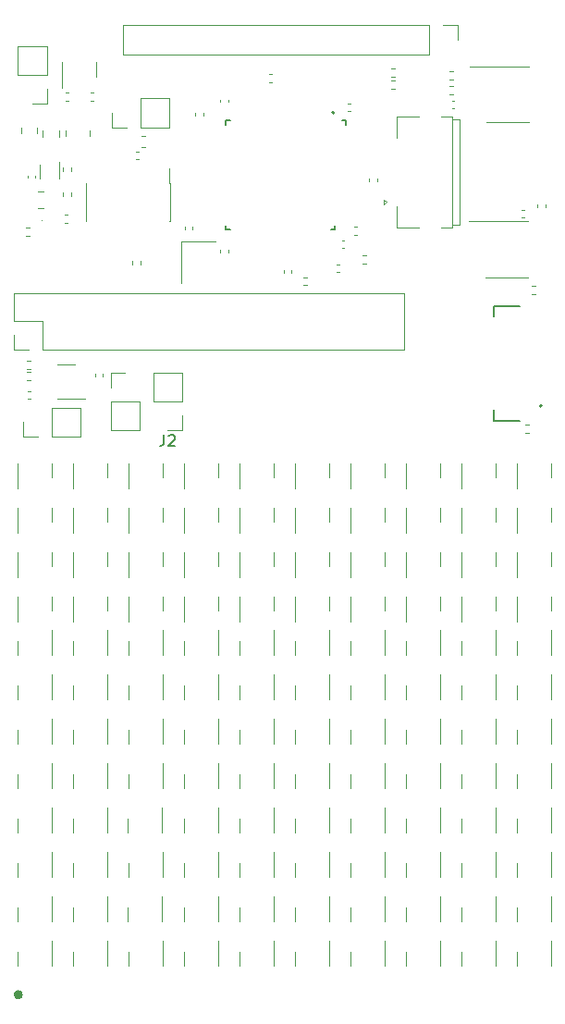
<source format=gbr>
%TF.GenerationSoftware,KiCad,Pcbnew,7.0.9-7.0.9~ubuntu22.04.1*%
%TF.CreationDate,2023-12-28T14:24:16-08:00*%
%TF.ProjectId,devel_gw1,64657665-6c5f-4677-9731-2e6b69636164,rev?*%
%TF.SameCoordinates,Original*%
%TF.FileFunction,Legend,Top*%
%TF.FilePolarity,Positive*%
%FSLAX46Y46*%
G04 Gerber Fmt 4.6, Leading zero omitted, Abs format (unit mm)*
G04 Created by KiCad (PCBNEW 7.0.9-7.0.9~ubuntu22.04.1) date 2023-12-28 14:24:16*
%MOMM*%
%LPD*%
G01*
G04 APERTURE LIST*
%ADD10C,0.150000*%
%ADD11C,0.120000*%
%ADD12C,0.100000*%
%ADD13C,0.127000*%
%ADD14C,0.200000*%
%ADD15C,0.152400*%
%ADD16C,0.441000*%
G04 APERTURE END LIST*
D10*
X138566666Y-111559819D02*
X138566666Y-112274104D01*
X138566666Y-112274104D02*
X138519047Y-112416961D01*
X138519047Y-112416961D02*
X138423809Y-112512200D01*
X138423809Y-112512200D02*
X138280952Y-112559819D01*
X138280952Y-112559819D02*
X138185714Y-112559819D01*
X138995238Y-111655057D02*
X139042857Y-111607438D01*
X139042857Y-111607438D02*
X139138095Y-111559819D01*
X139138095Y-111559819D02*
X139376190Y-111559819D01*
X139376190Y-111559819D02*
X139471428Y-111607438D01*
X139471428Y-111607438D02*
X139519047Y-111655057D01*
X139519047Y-111655057D02*
X139566666Y-111750295D01*
X139566666Y-111750295D02*
X139566666Y-111845533D01*
X139566666Y-111845533D02*
X139519047Y-111988390D01*
X139519047Y-111988390D02*
X138947619Y-112559819D01*
X138947619Y-112559819D02*
X139566666Y-112559819D01*
D11*
%TO.C,J_DISPLAY1*%
X159861000Y-92603000D02*
X161861000Y-92603000D01*
X159861000Y-92603000D02*
X159861000Y-90603000D01*
X164961000Y-92603000D02*
X163961000Y-92603000D01*
X164961000Y-92603000D02*
X164961000Y-82403000D01*
X165661000Y-92303000D02*
X164961000Y-92303000D01*
X158661000Y-90453000D02*
X158961000Y-90253000D01*
X158961000Y-90253000D02*
X158661000Y-90053000D01*
X158661000Y-90053000D02*
X158661000Y-90453000D01*
X164961000Y-82703000D02*
X165661000Y-82703000D01*
X165661000Y-82703000D02*
X165661000Y-92303000D01*
X159861000Y-82403000D02*
X159861000Y-84403000D01*
X161861000Y-82403000D02*
X159861000Y-82403000D01*
X164961000Y-82403000D02*
X163961000Y-82403000D01*
%TO.C,U7*%
X169925000Y-97155000D02*
X167975000Y-97155000D01*
X169925000Y-92035000D02*
X166475000Y-92035000D01*
X169925000Y-97155000D02*
X171875000Y-97155000D01*
X169925000Y-92035000D02*
X171875000Y-92035000D01*
%TO.C,R6*%
X136380000Y-95632379D02*
X136380000Y-95967621D01*
X135620000Y-95632379D02*
X135620000Y-95967621D01*
%TO.C,D14*%
X174026000Y-155448000D02*
X174026000Y-153773000D01*
X174026000Y-155448000D02*
X174026000Y-156098000D01*
X170906000Y-155448000D02*
X170906000Y-154798000D01*
X170906000Y-155448000D02*
X170906000Y-156098000D01*
%TO.C,JP1*%
X127830000Y-81230000D02*
X126500000Y-81230000D01*
X127830000Y-79900000D02*
X127830000Y-81230000D01*
X127830000Y-78630000D02*
X127830000Y-76030000D01*
X127830000Y-78630000D02*
X125170000Y-78630000D01*
X127830000Y-76030000D02*
X125170000Y-76030000D01*
X125170000Y-78630000D02*
X125170000Y-76030000D01*
%TO.C,D29*%
X150586000Y-114808000D02*
X150586000Y-116483000D01*
X150586000Y-114808000D02*
X150586000Y-114158000D01*
X153706000Y-114808000D02*
X153706000Y-115458000D01*
X153706000Y-114808000D02*
X153706000Y-114158000D01*
%TO.C,D74*%
X148626000Y-159512000D02*
X148626000Y-157837000D01*
X148626000Y-159512000D02*
X148626000Y-160162000D01*
X145506000Y-159512000D02*
X145506000Y-158862000D01*
X145506000Y-159512000D02*
X145506000Y-160162000D01*
%TO.C,D2*%
X160746000Y-118872000D02*
X160746000Y-120547000D01*
X160746000Y-118872000D02*
X160746000Y-118222000D01*
X163866000Y-118872000D02*
X163866000Y-119522000D01*
X163866000Y-118872000D02*
X163866000Y-118222000D01*
%TO.C,C5*%
X127541252Y-90785000D02*
X127018748Y-90785000D01*
X127541252Y-89315000D02*
X127018748Y-89315000D01*
%TO.C,Q16*%
X143546000Y-131064000D02*
X143546000Y-129389000D01*
X143546000Y-131064000D02*
X143546000Y-131714000D01*
X140426000Y-131064000D02*
X140426000Y-130414000D01*
X140426000Y-131064000D02*
X140426000Y-131714000D01*
%TO.C,D67*%
X170906000Y-127000000D02*
X170906000Y-128675000D01*
X170906000Y-127000000D02*
X170906000Y-126350000D01*
X174026000Y-127000000D02*
X174026000Y-127650000D01*
X174026000Y-127000000D02*
X174026000Y-126350000D01*
%TO.C,C1*%
X132115835Y-80960000D02*
X131884165Y-80960000D01*
X132115835Y-80240000D02*
X131884165Y-80240000D01*
%TO.C,C10*%
X132240000Y-106215835D02*
X132240000Y-105984165D01*
X132960000Y-106215835D02*
X132960000Y-105984165D01*
%TO.C,D4*%
X170906000Y-114808000D02*
X170906000Y-116483000D01*
X170906000Y-114808000D02*
X170906000Y-114158000D01*
X174026000Y-114808000D02*
X174026000Y-115458000D01*
X174026000Y-114808000D02*
X174026000Y-114158000D01*
%TO.C,D64*%
X133386000Y-147320000D02*
X133386000Y-145645000D01*
X133386000Y-147320000D02*
X133386000Y-147970000D01*
X130266000Y-147320000D02*
X130266000Y-146670000D01*
X130266000Y-147320000D02*
X130266000Y-147970000D01*
D12*
%TO.C,LED_DONE1*%
X127415000Y-91970000D02*
G75*
G03*
X127415000Y-91970000I-50000J0D01*
G01*
D11*
%TO.C,D76*%
X174026000Y-151384000D02*
X174026000Y-149709000D01*
X174026000Y-151384000D02*
X174026000Y-152034000D01*
X170906000Y-151384000D02*
X170906000Y-150734000D01*
X170906000Y-151384000D02*
X170906000Y-152034000D01*
%TO.C,R11*%
X172567621Y-98680000D02*
X172232379Y-98680000D01*
X172567621Y-97920000D02*
X172232379Y-97920000D01*
%TO.C,D20*%
X153706000Y-159512000D02*
X153706000Y-157837000D01*
X153706000Y-159512000D02*
X153706000Y-160162000D01*
X150586000Y-159512000D02*
X150586000Y-158862000D01*
X150586000Y-159512000D02*
X150586000Y-160162000D01*
%TO.C,C19*%
X148415835Y-79260000D02*
X148184165Y-79260000D01*
X148415835Y-78540000D02*
X148184165Y-78540000D01*
%TO.C,D28*%
X168946000Y-159512000D02*
X168946000Y-157837000D01*
X168946000Y-159512000D02*
X168946000Y-160162000D01*
X165826000Y-159512000D02*
X165826000Y-158862000D01*
X165826000Y-159512000D02*
X165826000Y-160162000D01*
%TO.C,C12*%
X136798267Y-85219000D02*
X136505733Y-85219000D01*
X136798267Y-84199000D02*
X136505733Y-84199000D01*
%TO.C,D79*%
X125186000Y-114808000D02*
X125186000Y-116483000D01*
X125186000Y-114808000D02*
X125186000Y-114158000D01*
X128306000Y-114808000D02*
X128306000Y-115458000D01*
X128306000Y-114808000D02*
X128306000Y-114158000D01*
%TO.C,D32*%
X138339000Y-155448000D02*
X138339000Y-153773000D01*
X138339000Y-155448000D02*
X138339000Y-156098000D01*
X135219000Y-155448000D02*
X135219000Y-154798000D01*
X135219000Y-155448000D02*
X135219000Y-156098000D01*
%TO.C,Q33*%
X174026000Y-131064000D02*
X174026000Y-129389000D01*
X174026000Y-131064000D02*
X174026000Y-131714000D01*
X170906000Y-131064000D02*
X170906000Y-130414000D01*
X170906000Y-131064000D02*
X170906000Y-131714000D01*
%TO.C,U6*%
X128951000Y-86583000D02*
X128951000Y-88133000D01*
X127151000Y-88133000D02*
X127151000Y-86833000D01*
%TO.C,R13*%
X164732379Y-78320000D02*
X165067621Y-78320000D01*
X164732379Y-79080000D02*
X165067621Y-79080000D01*
%TO.C,J_JTAG1*%
X139070000Y-87160000D02*
X139070000Y-88485000D01*
X139135000Y-88485000D02*
X139070000Y-88485000D01*
X139135000Y-88485000D02*
X139135000Y-92015000D01*
X131460000Y-88485000D02*
X131395000Y-88485000D01*
X131395000Y-88485000D02*
X131395000Y-92015000D01*
X139135000Y-92015000D02*
X139070000Y-92015000D01*
X131460000Y-92015000D02*
X131395000Y-92015000D01*
%TO.C,R16*%
X129432379Y-91420000D02*
X129767621Y-91420000D01*
X129432379Y-92180000D02*
X129767621Y-92180000D01*
%TO.C,D6*%
X160746000Y-114808000D02*
X160746000Y-116483000D01*
X160746000Y-114808000D02*
X160746000Y-114158000D01*
X163866000Y-114808000D02*
X163866000Y-115458000D01*
X163866000Y-114808000D02*
X163866000Y-114158000D01*
%TO.C,Q9*%
X153706000Y-131064000D02*
X153706000Y-129389000D01*
X153706000Y-131064000D02*
X153706000Y-131714000D01*
X150586000Y-131064000D02*
X150586000Y-130414000D01*
X150586000Y-131064000D02*
X150586000Y-131714000D01*
%TO.C,Q12*%
X128306000Y-131064000D02*
X128306000Y-129389000D01*
X128306000Y-131064000D02*
X128306000Y-131714000D01*
X125186000Y-131064000D02*
X125186000Y-130414000D01*
X125186000Y-131064000D02*
X125186000Y-131714000D01*
%TO.C,C7*%
X126945000Y-83438748D02*
X126945000Y-83961252D01*
X125475000Y-83438748D02*
X125475000Y-83961252D01*
%TO.C,J2*%
X140230000Y-111105000D02*
X138900000Y-111105000D01*
X140230000Y-109775000D02*
X140230000Y-111105000D01*
X140230000Y-108505000D02*
X140230000Y-105905000D01*
X140230000Y-108505000D02*
X137570000Y-108505000D01*
X140230000Y-105905000D02*
X137570000Y-105905000D01*
X137570000Y-108505000D02*
X137570000Y-105905000D01*
%TO.C,D52*%
X153706000Y-151384000D02*
X153706000Y-149709000D01*
X153706000Y-151384000D02*
X153706000Y-152034000D01*
X150586000Y-151384000D02*
X150586000Y-150734000D01*
X150586000Y-151384000D02*
X150586000Y-152034000D01*
%TO.C,D49*%
X135346000Y-127000000D02*
X135346000Y-128675000D01*
X135346000Y-127000000D02*
X135346000Y-126350000D01*
X138466000Y-127000000D02*
X138466000Y-127650000D01*
X138466000Y-127000000D02*
X138466000Y-126350000D01*
%TO.C,Q30*%
X153706000Y-135128000D02*
X153706000Y-133453000D01*
X153706000Y-135128000D02*
X153706000Y-135778000D01*
X150586000Y-135128000D02*
X150586000Y-134478000D01*
X150586000Y-135128000D02*
X150586000Y-135778000D01*
%TO.C,C2*%
X129584165Y-80240000D02*
X129815835Y-80240000D01*
X129584165Y-80960000D02*
X129815835Y-80960000D01*
%TO.C,Q23*%
X143546000Y-135128000D02*
X143546000Y-133453000D01*
X143546000Y-135128000D02*
X143546000Y-135778000D01*
X140426000Y-135128000D02*
X140426000Y-134478000D01*
X140426000Y-135128000D02*
X140426000Y-135778000D01*
%TO.C,R15*%
X126032379Y-104820000D02*
X126367621Y-104820000D01*
X126032379Y-105580000D02*
X126367621Y-105580000D01*
%TO.C,D26*%
X128306000Y-159512000D02*
X128306000Y-157837000D01*
X128306000Y-159512000D02*
X128306000Y-160162000D01*
X125186000Y-159512000D02*
X125186000Y-158862000D01*
X125186000Y-159512000D02*
X125186000Y-160162000D01*
%TO.C,R2*%
X159332379Y-78020000D02*
X159667621Y-78020000D01*
X159332379Y-78780000D02*
X159667621Y-78780000D01*
%TO.C,Q29*%
X158786000Y-139192000D02*
X158786000Y-137517000D01*
X158786000Y-139192000D02*
X158786000Y-139842000D01*
X155666000Y-139192000D02*
X155666000Y-138542000D01*
X155666000Y-139192000D02*
X155666000Y-139842000D01*
%TO.C,Q37*%
X174026000Y-139192000D02*
X174026000Y-137517000D01*
X174026000Y-139192000D02*
X174026000Y-139842000D01*
X170906000Y-139192000D02*
X170906000Y-138542000D01*
X170906000Y-139192000D02*
X170906000Y-139842000D01*
%TO.C,D31*%
X135346000Y-122936000D02*
X135346000Y-124611000D01*
X135346000Y-122936000D02*
X135346000Y-122286000D01*
X138466000Y-122936000D02*
X138466000Y-123586000D01*
X138466000Y-122936000D02*
X138466000Y-122286000D01*
%TO.C,Q3*%
X163866000Y-143256000D02*
X163866000Y-141581000D01*
X163866000Y-143256000D02*
X163866000Y-143906000D01*
X160746000Y-143256000D02*
X160746000Y-142606000D01*
X160746000Y-143256000D02*
X160746000Y-143906000D01*
%TO.C,Q22*%
X168946000Y-143256000D02*
X168946000Y-141581000D01*
X168946000Y-143256000D02*
X168946000Y-143906000D01*
X165826000Y-143256000D02*
X165826000Y-142606000D01*
X165826000Y-143256000D02*
X165826000Y-143906000D01*
%TO.C,C9*%
X154384165Y-95940000D02*
X154615835Y-95940000D01*
X154384165Y-96660000D02*
X154615835Y-96660000D01*
%TO.C,Q8*%
X133386000Y-139192000D02*
X133386000Y-137517000D01*
X133386000Y-139192000D02*
X133386000Y-139842000D01*
X130266000Y-139192000D02*
X130266000Y-138542000D01*
X130266000Y-139192000D02*
X130266000Y-139842000D01*
%TO.C,X1*%
X143275000Y-93900000D02*
X140125000Y-93900000D01*
X140125000Y-93900000D02*
X140125000Y-97700000D01*
%TO.C,D59*%
X155666000Y-118872000D02*
X155666000Y-120547000D01*
X155666000Y-118872000D02*
X155666000Y-118222000D01*
X158786000Y-118872000D02*
X158786000Y-119522000D01*
X158786000Y-118872000D02*
X158786000Y-118222000D01*
%TO.C,U3*%
X129565000Y-108260000D02*
X131365000Y-108260000D01*
X129565000Y-108260000D02*
X128765000Y-108260000D01*
X129565000Y-105140000D02*
X130365000Y-105140000D01*
X129565000Y-105140000D02*
X128765000Y-105140000D01*
%TO.C,Q25*%
X153706000Y-139192000D02*
X153706000Y-137517000D01*
X153706000Y-139192000D02*
X153706000Y-139842000D01*
X150586000Y-139192000D02*
X150586000Y-138542000D01*
X150586000Y-139192000D02*
X150586000Y-139842000D01*
%TO.C,D65*%
X145506000Y-118872000D02*
X145506000Y-120547000D01*
X145506000Y-118872000D02*
X145506000Y-118222000D01*
X148626000Y-118872000D02*
X148626000Y-119522000D01*
X148626000Y-118872000D02*
X148626000Y-118222000D01*
%TO.C,Q14*%
X153706000Y-143256000D02*
X153706000Y-141581000D01*
X153706000Y-143256000D02*
X153706000Y-143906000D01*
X150586000Y-143256000D02*
X150586000Y-142606000D01*
X150586000Y-143256000D02*
X150586000Y-143906000D01*
%TO.C,D73*%
X145506000Y-127000000D02*
X145506000Y-128675000D01*
X145506000Y-127000000D02*
X145506000Y-126350000D01*
X148626000Y-127000000D02*
X148626000Y-127650000D01*
X148626000Y-127000000D02*
X148626000Y-126350000D01*
%TO.C,C14*%
X171316665Y-90940000D02*
X171548335Y-90940000D01*
X171316665Y-91660000D02*
X171548335Y-91660000D01*
%TO.C,Q19*%
X143546000Y-143256000D02*
X143546000Y-141581000D01*
X143546000Y-143256000D02*
X143546000Y-143906000D01*
X140426000Y-143256000D02*
X140426000Y-142606000D01*
X140426000Y-143256000D02*
X140426000Y-143906000D01*
%TO.C,D68*%
X174026000Y-159512000D02*
X174026000Y-157837000D01*
X174026000Y-159512000D02*
X174026000Y-160162000D01*
X170906000Y-159512000D02*
X170906000Y-158862000D01*
X170906000Y-159512000D02*
X170906000Y-160162000D01*
%TO.C,L1*%
X129520000Y-84241252D02*
X129520000Y-83718748D01*
X131740000Y-84241252D02*
X131740000Y-83718748D01*
%TO.C,C21*%
X158060000Y-88084165D02*
X158060000Y-88315835D01*
X157340000Y-88084165D02*
X157340000Y-88315835D01*
%TO.C,R8*%
X164732379Y-79620000D02*
X165067621Y-79620000D01*
X164732379Y-80380000D02*
X165067621Y-80380000D01*
%TO.C,Q6*%
X174026000Y-135128000D02*
X174026000Y-133453000D01*
X174026000Y-135128000D02*
X174026000Y-135778000D01*
X170906000Y-135128000D02*
X170906000Y-134478000D01*
X170906000Y-135128000D02*
X170906000Y-135778000D01*
%TO.C,Q18*%
X163866000Y-135128000D02*
X163866000Y-133453000D01*
X163866000Y-135128000D02*
X163866000Y-135778000D01*
X160746000Y-135128000D02*
X160746000Y-134478000D01*
X160746000Y-135128000D02*
X160746000Y-135778000D01*
%TO.C,Q41*%
X128306000Y-139192000D02*
X128306000Y-137517000D01*
X128306000Y-139192000D02*
X128306000Y-139842000D01*
X125186000Y-139192000D02*
X125186000Y-138542000D01*
X125186000Y-139192000D02*
X125186000Y-139842000D01*
%TO.C,C11*%
X142160000Y-82084165D02*
X142160000Y-82315835D01*
X141440000Y-82084165D02*
X141440000Y-82315835D01*
%TO.C,Q1*%
X163866000Y-139192000D02*
X163866000Y-137517000D01*
X163866000Y-139192000D02*
X163866000Y-139842000D01*
X160746000Y-139192000D02*
X160746000Y-138542000D01*
X160746000Y-139192000D02*
X160746000Y-139842000D01*
%TO.C,Q21*%
X163866000Y-131064000D02*
X163866000Y-129389000D01*
X163866000Y-131064000D02*
X163866000Y-131714000D01*
X160746000Y-131064000D02*
X160746000Y-130414000D01*
X160746000Y-131064000D02*
X160746000Y-131714000D01*
%TO.C,D34*%
X143546000Y-159512000D02*
X143546000Y-157837000D01*
X143546000Y-159512000D02*
X143546000Y-160162000D01*
X140426000Y-159512000D02*
X140426000Y-158862000D01*
X140426000Y-159512000D02*
X140426000Y-160162000D01*
%TO.C,C20*%
X143740000Y-81115835D02*
X143740000Y-80884165D01*
X144460000Y-81115835D02*
X144460000Y-80884165D01*
%TO.C,D63*%
X130266000Y-114808000D02*
X130266000Y-116483000D01*
X130266000Y-114808000D02*
X130266000Y-114158000D01*
X133386000Y-114808000D02*
X133386000Y-115458000D01*
X133386000Y-114808000D02*
X133386000Y-114158000D01*
%TO.C,D42*%
X143546000Y-151384000D02*
X143546000Y-149709000D01*
X143546000Y-151384000D02*
X143546000Y-152034000D01*
X140426000Y-151384000D02*
X140426000Y-150734000D01*
X140426000Y-151384000D02*
X140426000Y-152034000D01*
%TO.C,Q7*%
X148626000Y-143256000D02*
X148626000Y-141581000D01*
X148626000Y-143256000D02*
X148626000Y-143906000D01*
X145506000Y-143256000D02*
X145506000Y-142606000D01*
X145506000Y-143256000D02*
X145506000Y-143906000D01*
%TO.C,Q20*%
X143546000Y-139192000D02*
X143546000Y-137517000D01*
X143546000Y-139192000D02*
X143546000Y-139842000D01*
X140426000Y-139192000D02*
X140426000Y-138542000D01*
X140426000Y-139192000D02*
X140426000Y-139842000D01*
%TO.C,D55*%
X125186000Y-122936000D02*
X125186000Y-124611000D01*
X125186000Y-122936000D02*
X125186000Y-122286000D01*
X128306000Y-122936000D02*
X128306000Y-123586000D01*
X128306000Y-122936000D02*
X128306000Y-122286000D01*
%TO.C,D70*%
X158786000Y-155448000D02*
X158786000Y-153773000D01*
X158786000Y-155448000D02*
X158786000Y-156098000D01*
X155666000Y-155448000D02*
X155666000Y-154798000D01*
X155666000Y-155448000D02*
X155666000Y-156098000D01*
%TO.C,Q11*%
X138466000Y-143256000D02*
X138466000Y-141581000D01*
X138466000Y-143256000D02*
X138466000Y-143906000D01*
X135346000Y-143256000D02*
X135346000Y-142606000D01*
X135346000Y-143256000D02*
X135346000Y-143906000D01*
%TO.C,Q38*%
X148626000Y-135128000D02*
X148626000Y-133453000D01*
X148626000Y-135128000D02*
X148626000Y-135778000D01*
X145506000Y-135128000D02*
X145506000Y-134478000D01*
X145506000Y-135128000D02*
X145506000Y-135778000D01*
%TO.C,R14*%
X126032379Y-105820000D02*
X126367621Y-105820000D01*
X126032379Y-106580000D02*
X126367621Y-106580000D01*
%TO.C,D69*%
X155666000Y-122936000D02*
X155666000Y-124611000D01*
X155666000Y-122936000D02*
X155666000Y-122286000D01*
X158786000Y-122936000D02*
X158786000Y-123586000D01*
X158786000Y-122936000D02*
X158786000Y-122286000D01*
%TO.C,D30*%
X153706000Y-147320000D02*
X153706000Y-145645000D01*
X153706000Y-147320000D02*
X153706000Y-147970000D01*
X150586000Y-147320000D02*
X150586000Y-146670000D01*
X150586000Y-147320000D02*
X150586000Y-147970000D01*
%TO.C,C3*%
X126069165Y-107540000D02*
X126300835Y-107540000D01*
X126069165Y-108260000D02*
X126300835Y-108260000D01*
%TO.C,D47*%
X140426000Y-122936000D02*
X140426000Y-124611000D01*
X140426000Y-122936000D02*
X140426000Y-122286000D01*
X143546000Y-122936000D02*
X143546000Y-123586000D01*
X143546000Y-122936000D02*
X143546000Y-122286000D01*
%TO.C,C15*%
X155984165Y-92540000D02*
X156215835Y-92540000D01*
X155984165Y-93260000D02*
X156215835Y-93260000D01*
%TO.C,Q39*%
X128306000Y-143256000D02*
X128306000Y-141581000D01*
X128306000Y-143256000D02*
X128306000Y-143906000D01*
X125186000Y-143256000D02*
X125186000Y-142606000D01*
X125186000Y-143256000D02*
X125186000Y-143906000D01*
%TO.C,R7*%
X171632379Y-110620000D02*
X171967621Y-110620000D01*
X171632379Y-111380000D02*
X171967621Y-111380000D01*
%TO.C,D15*%
X145506000Y-114808000D02*
X145506000Y-116483000D01*
X145506000Y-114808000D02*
X145506000Y-114158000D01*
X148626000Y-114808000D02*
X148626000Y-115458000D01*
X148626000Y-114808000D02*
X148626000Y-114158000D01*
%TO.C,D51*%
X150586000Y-118872000D02*
X150586000Y-120547000D01*
X150586000Y-118872000D02*
X150586000Y-118222000D01*
X153706000Y-118872000D02*
X153706000Y-119522000D01*
X153706000Y-118872000D02*
X153706000Y-118222000D01*
%TO.C,C23*%
X155384165Y-81240000D02*
X155615835Y-81240000D01*
X155384165Y-81960000D02*
X155615835Y-81960000D01*
%TO.C,C17*%
X140440000Y-92715835D02*
X140440000Y-92484165D01*
X141160000Y-92715835D02*
X141160000Y-92484165D01*
%TO.C,D37*%
X160746000Y-122936000D02*
X160746000Y-124611000D01*
X160746000Y-122936000D02*
X160746000Y-122286000D01*
X163866000Y-122936000D02*
X163866000Y-123586000D01*
X163866000Y-122936000D02*
X163866000Y-122286000D01*
%TO.C,Q32*%
X148626000Y-139192000D02*
X148626000Y-137517000D01*
X148626000Y-139192000D02*
X148626000Y-139842000D01*
X145506000Y-139192000D02*
X145506000Y-138542000D01*
X145506000Y-139192000D02*
X145506000Y-139842000D01*
%TO.C,Q28*%
X138466000Y-139192000D02*
X138466000Y-137517000D01*
X138466000Y-139192000D02*
X138466000Y-139842000D01*
X135346000Y-139192000D02*
X135346000Y-138542000D01*
X135346000Y-139192000D02*
X135346000Y-139842000D01*
%TO.C,D60*%
X158786000Y-151384000D02*
X158786000Y-149709000D01*
X158786000Y-151384000D02*
X158786000Y-152034000D01*
X155666000Y-151384000D02*
X155666000Y-150734000D01*
X155666000Y-151384000D02*
X155666000Y-152034000D01*
%TO.C,D44*%
X163866000Y-159512000D02*
X163866000Y-157837000D01*
X163866000Y-159512000D02*
X163866000Y-160162000D01*
X160746000Y-159512000D02*
X160746000Y-158862000D01*
X160746000Y-159512000D02*
X160746000Y-160162000D01*
%TO.C,D38*%
X163866000Y-155448000D02*
X163866000Y-153773000D01*
X163866000Y-155448000D02*
X163866000Y-156098000D01*
X160746000Y-155448000D02*
X160746000Y-154798000D01*
X160746000Y-155448000D02*
X160746000Y-156098000D01*
%TO.C,D46*%
X168946000Y-147320000D02*
X168946000Y-145645000D01*
X168946000Y-147320000D02*
X168946000Y-147970000D01*
X165826000Y-147320000D02*
X165826000Y-146670000D01*
X165826000Y-147320000D02*
X165826000Y-147970000D01*
%TO.C,D54*%
X168946000Y-155448000D02*
X168946000Y-153773000D01*
X168946000Y-155448000D02*
X168946000Y-156098000D01*
X165826000Y-155448000D02*
X165826000Y-154798000D01*
X165826000Y-155448000D02*
X165826000Y-156098000D01*
%TO.C,D9*%
X133386000Y-159512000D02*
X133386000Y-157837000D01*
X133386000Y-159512000D02*
X133386000Y-160162000D01*
X130266000Y-159512000D02*
X130266000Y-158862000D01*
X130266000Y-159512000D02*
X130266000Y-160162000D01*
%TO.C,Q26*%
X168946000Y-135128000D02*
X168946000Y-133453000D01*
X168946000Y-135128000D02*
X168946000Y-135778000D01*
X165826000Y-135128000D02*
X165826000Y-134478000D01*
X165826000Y-135128000D02*
X165826000Y-135778000D01*
%TO.C,Q35*%
X133386000Y-135128000D02*
X133386000Y-133453000D01*
X133386000Y-135128000D02*
X133386000Y-135778000D01*
X130266000Y-135128000D02*
X130266000Y-134478000D01*
X130266000Y-135128000D02*
X130266000Y-135778000D01*
%TO.C,D62*%
X153706000Y-155448000D02*
X153706000Y-153773000D01*
X153706000Y-155448000D02*
X153706000Y-156098000D01*
X150586000Y-155448000D02*
X150586000Y-154798000D01*
X150586000Y-155448000D02*
X150586000Y-156098000D01*
%TO.C,Q17*%
X168946000Y-139192000D02*
X168946000Y-137517000D01*
X168946000Y-139192000D02*
X168946000Y-139842000D01*
X165826000Y-139192000D02*
X165826000Y-138542000D01*
X165826000Y-139192000D02*
X165826000Y-139842000D01*
%TO.C,U2*%
X129240000Y-78100000D02*
X129240000Y-79775000D01*
X129240000Y-78100000D02*
X129240000Y-77450000D01*
X132360000Y-78100000D02*
X132360000Y-78750000D01*
X132360000Y-78100000D02*
X132360000Y-77450000D01*
%TO.C,Q34*%
X158786000Y-135128000D02*
X158786000Y-133453000D01*
X158786000Y-135128000D02*
X158786000Y-135778000D01*
X155666000Y-135128000D02*
X155666000Y-134478000D01*
X155666000Y-135128000D02*
X155666000Y-135778000D01*
%TO.C,U4*%
X170040000Y-77850000D02*
X166590000Y-77850000D01*
X170040000Y-77850000D02*
X171990000Y-77850000D01*
X170040000Y-82970000D02*
X168090000Y-82970000D01*
X170040000Y-82970000D02*
X171990000Y-82970000D01*
D13*
%TO.C,U1*%
X155225000Y-82780500D02*
X154855000Y-82780500D01*
X155225000Y-82780500D02*
X155225000Y-83150500D01*
X144225000Y-82780500D02*
X144595000Y-82780500D01*
X144225000Y-82780500D02*
X144225000Y-83150500D01*
X154225000Y-92780500D02*
X154225000Y-92410500D01*
X154225000Y-92780500D02*
X153855000Y-92780500D01*
X144225000Y-92780500D02*
X144225000Y-92410500D01*
X144225000Y-92780500D02*
X144595000Y-92780500D01*
D14*
X154151000Y-82065500D02*
G75*
G03*
X154151000Y-82065500I-100000J0D01*
G01*
D11*
%TO.C,D22*%
X158786000Y-147320000D02*
X158786000Y-145645000D01*
X158786000Y-147320000D02*
X158786000Y-147970000D01*
X155666000Y-147320000D02*
X155666000Y-146670000D01*
X155666000Y-147320000D02*
X155666000Y-147970000D01*
%TO.C,D13*%
X170906000Y-122936000D02*
X170906000Y-124611000D01*
X170906000Y-122936000D02*
X170906000Y-122286000D01*
X174026000Y-122936000D02*
X174026000Y-123586000D01*
X174026000Y-122936000D02*
X174026000Y-122286000D01*
%TO.C,D75*%
X170906000Y-118872000D02*
X170906000Y-120547000D01*
X170906000Y-118872000D02*
X170906000Y-118222000D01*
X174026000Y-118872000D02*
X174026000Y-119522000D01*
X174026000Y-118872000D02*
X174026000Y-118222000D01*
%TO.C,D33*%
X140426000Y-127000000D02*
X140426000Y-128675000D01*
X140426000Y-127000000D02*
X140426000Y-126350000D01*
X143546000Y-127000000D02*
X143546000Y-127650000D01*
X143546000Y-127000000D02*
X143546000Y-126350000D01*
%TO.C,C18*%
X144432500Y-94644165D02*
X144432500Y-94875835D01*
X143712500Y-94644165D02*
X143712500Y-94875835D01*
%TO.C,D5*%
X174026000Y-147320000D02*
X174026000Y-145645000D01*
X174026000Y-147320000D02*
X174026000Y-147970000D01*
X170906000Y-147320000D02*
X170906000Y-146670000D01*
X170906000Y-147320000D02*
X170906000Y-147970000D01*
%TO.C,D7*%
X163866000Y-147320000D02*
X163866000Y-145645000D01*
X163866000Y-147320000D02*
X163866000Y-147970000D01*
X160746000Y-147320000D02*
X160746000Y-146670000D01*
X160746000Y-147320000D02*
X160746000Y-147970000D01*
%TO.C,D12*%
X158786000Y-159512000D02*
X158786000Y-157837000D01*
X158786000Y-159512000D02*
X158786000Y-160162000D01*
X155666000Y-159512000D02*
X155666000Y-158862000D01*
X155666000Y-159512000D02*
X155666000Y-160162000D01*
%TO.C,D43*%
X160746000Y-127000000D02*
X160746000Y-128675000D01*
X160746000Y-127000000D02*
X160746000Y-126350000D01*
X163866000Y-127000000D02*
X163866000Y-127650000D01*
X163866000Y-127000000D02*
X163866000Y-126350000D01*
%TO.C,Q4*%
X133386000Y-131064000D02*
X133386000Y-129389000D01*
X133386000Y-131064000D02*
X133386000Y-131714000D01*
X130266000Y-131064000D02*
X130266000Y-130414000D01*
X130266000Y-131064000D02*
X130266000Y-131714000D01*
%TO.C,D18*%
X133386000Y-151384000D02*
X133386000Y-149709000D01*
X133386000Y-151384000D02*
X133386000Y-152034000D01*
X130266000Y-151384000D02*
X130266000Y-150734000D01*
X130266000Y-151384000D02*
X130266000Y-152034000D01*
%TO.C,R10*%
X173480000Y-90432379D02*
X173480000Y-90767621D01*
X172720000Y-90432379D02*
X172720000Y-90767621D01*
%TO.C,R3*%
X159667621Y-79880000D02*
X159332379Y-79880000D01*
X159667621Y-79120000D02*
X159332379Y-79120000D01*
%TO.C,JP4*%
X133670000Y-105895000D02*
X135000000Y-105895000D01*
X133670000Y-107225000D02*
X133670000Y-105895000D01*
X133670000Y-108495000D02*
X133670000Y-111095000D01*
X133670000Y-108495000D02*
X136330000Y-108495000D01*
X133670000Y-111095000D02*
X136330000Y-111095000D01*
X136330000Y-108495000D02*
X136330000Y-111095000D01*
%TO.C,D39*%
X140426000Y-114808000D02*
X140426000Y-116483000D01*
X140426000Y-114808000D02*
X140426000Y-114158000D01*
X143546000Y-114808000D02*
X143546000Y-115458000D01*
X143546000Y-114808000D02*
X143546000Y-114158000D01*
%TO.C,D80*%
X128306000Y-147320000D02*
X128306000Y-145645000D01*
X128306000Y-147320000D02*
X128306000Y-147970000D01*
X125186000Y-147320000D02*
X125186000Y-146670000D01*
X125186000Y-147320000D02*
X125186000Y-147970000D01*
%TO.C,D11*%
X155666000Y-127000000D02*
X155666000Y-128675000D01*
X155666000Y-127000000D02*
X155666000Y-126350000D01*
X158786000Y-127000000D02*
X158786000Y-127650000D01*
X158786000Y-127000000D02*
X158786000Y-126350000D01*
%TO.C,D48*%
X143546000Y-155448000D02*
X143546000Y-153773000D01*
X143546000Y-155448000D02*
X143546000Y-156098000D01*
X140426000Y-155448000D02*
X140426000Y-154798000D01*
X140426000Y-155448000D02*
X140426000Y-156098000D01*
%TO.C,Q24*%
X138466000Y-131064000D02*
X138466000Y-129389000D01*
X138466000Y-131064000D02*
X138466000Y-131714000D01*
X135346000Y-131064000D02*
X135346000Y-130414000D01*
X135346000Y-131064000D02*
X135346000Y-131714000D01*
%TO.C,Q15*%
X138466000Y-135128000D02*
X138466000Y-133453000D01*
X138466000Y-135128000D02*
X138466000Y-135778000D01*
X135346000Y-135128000D02*
X135346000Y-134478000D01*
X135346000Y-135128000D02*
X135346000Y-135778000D01*
%TO.C,C16*%
X164916665Y-80972500D02*
X165148335Y-80972500D01*
X164916665Y-81692500D02*
X165148335Y-81692500D01*
%TO.C,C13*%
X150260000Y-96484165D02*
X150260000Y-96715835D01*
X149540000Y-96484165D02*
X149540000Y-96715835D01*
%TO.C,D35*%
X165826000Y-118872000D02*
X165826000Y-120547000D01*
X165826000Y-118872000D02*
X165826000Y-118222000D01*
X168946000Y-118872000D02*
X168946000Y-119522000D01*
X168946000Y-118872000D02*
X168946000Y-118222000D01*
%TO.C,JP3*%
X133830000Y-83430000D02*
X133830000Y-82100000D01*
X135160000Y-83430000D02*
X133830000Y-83430000D01*
X136430000Y-83430000D02*
X139030000Y-83430000D01*
X136430000Y-83430000D02*
X136430000Y-80770000D01*
X139030000Y-83430000D02*
X139030000Y-80770000D01*
X136430000Y-80770000D02*
X139030000Y-80770000D01*
%TO.C,D77*%
X145506000Y-122936000D02*
X145506000Y-124611000D01*
X145506000Y-122936000D02*
X145506000Y-122286000D01*
X148626000Y-122936000D02*
X148626000Y-123586000D01*
X148626000Y-122936000D02*
X148626000Y-122286000D01*
%TO.C,Q2*%
X174026000Y-143256000D02*
X174026000Y-141581000D01*
X174026000Y-143256000D02*
X174026000Y-143906000D01*
X170906000Y-143256000D02*
X170906000Y-142606000D01*
X170906000Y-143256000D02*
X170906000Y-143906000D01*
%TO.C,D36*%
X168946000Y-151384000D02*
X168946000Y-149709000D01*
X168946000Y-151384000D02*
X168946000Y-152034000D01*
X165826000Y-151384000D02*
X165826000Y-150734000D01*
X165826000Y-151384000D02*
X165826000Y-152034000D01*
%TO.C,D50*%
X138466000Y-159512000D02*
X138466000Y-157837000D01*
X138466000Y-159512000D02*
X138466000Y-160162000D01*
X135346000Y-159512000D02*
X135346000Y-158862000D01*
X135346000Y-159512000D02*
X135346000Y-160162000D01*
%TO.C,D40*%
X143546000Y-147320000D02*
X143546000Y-145645000D01*
X143546000Y-147320000D02*
X143546000Y-147970000D01*
X140426000Y-147320000D02*
X140426000Y-146670000D01*
X140426000Y-147320000D02*
X140426000Y-147970000D01*
%TO.C,D21*%
X155666000Y-114808000D02*
X155666000Y-116483000D01*
X155666000Y-114808000D02*
X155666000Y-114158000D01*
X158786000Y-114808000D02*
X158786000Y-115458000D01*
X158786000Y-114808000D02*
X158786000Y-114158000D01*
%TO.C,JP2*%
X125695000Y-111730000D02*
X125695000Y-110400000D01*
X127025000Y-111730000D02*
X125695000Y-111730000D01*
X128295000Y-111730000D02*
X130895000Y-111730000D01*
X128295000Y-111730000D02*
X128295000Y-109070000D01*
X130895000Y-111730000D02*
X130895000Y-109070000D01*
X128295000Y-109070000D02*
X130895000Y-109070000D01*
%TO.C,R1*%
X126267621Y-93380000D02*
X125932379Y-93380000D01*
X126267621Y-92620000D02*
X125932379Y-92620000D01*
%TO.C,Q27*%
X128306000Y-135128000D02*
X128306000Y-133453000D01*
X128306000Y-135128000D02*
X128306000Y-135778000D01*
X125186000Y-135128000D02*
X125186000Y-134478000D01*
X125186000Y-135128000D02*
X125186000Y-135778000D01*
%TO.C,D56*%
X128306000Y-155448000D02*
X128306000Y-153773000D01*
X128306000Y-155448000D02*
X128306000Y-156098000D01*
X125186000Y-155448000D02*
X125186000Y-154798000D01*
X125186000Y-155448000D02*
X125186000Y-156098000D01*
%TO.C,D23*%
X135346000Y-114808000D02*
X135346000Y-116483000D01*
X135346000Y-114808000D02*
X135346000Y-114158000D01*
X138466000Y-114808000D02*
X138466000Y-115458000D01*
X138466000Y-114808000D02*
X138466000Y-114158000D01*
%TO.C,C8*%
X128932000Y-83738748D02*
X128932000Y-84261252D01*
X127462000Y-83738748D02*
X127462000Y-84261252D01*
%TO.C,D10*%
X128306000Y-151384000D02*
X128306000Y-149709000D01*
X128306000Y-151384000D02*
X128306000Y-152034000D01*
X125186000Y-151384000D02*
X125186000Y-150734000D01*
X125186000Y-151384000D02*
X125186000Y-152034000D01*
%TO.C,J_EXT2*%
X124860000Y-103760000D02*
X124860000Y-102430000D01*
X126190000Y-103760000D02*
X124860000Y-103760000D01*
X127460000Y-103760000D02*
X160540000Y-103760000D01*
X127460000Y-103760000D02*
X127460000Y-101160000D01*
X160540000Y-103760000D02*
X160540000Y-98560000D01*
X124860000Y-101160000D02*
X124860000Y-98560000D01*
X127460000Y-101160000D02*
X124860000Y-101160000D01*
X124860000Y-98560000D02*
X160540000Y-98560000D01*
D15*
%TO.C,J_EXT1*%
X168763500Y-110242400D02*
X171159446Y-110242400D01*
X168763500Y-109296452D02*
X168763500Y-110242400D01*
X168763500Y-99777600D02*
X168763500Y-100723548D01*
X171159446Y-99777600D02*
X168763500Y-99777600D01*
D14*
X173168500Y-108910000D02*
G75*
G03*
X173168500Y-108910000I-100000J0D01*
G01*
D11*
%TO.C,C22*%
X154851665Y-93740000D02*
X155083335Y-93740000D01*
X154851665Y-94460000D02*
X155083335Y-94460000D01*
%TO.C,D3*%
X163866000Y-151384000D02*
X163866000Y-149709000D01*
X163866000Y-151384000D02*
X163866000Y-152034000D01*
X160746000Y-151384000D02*
X160746000Y-150734000D01*
X160746000Y-151384000D02*
X160746000Y-152034000D01*
%TO.C,D72*%
X133386000Y-155448000D02*
X133386000Y-153773000D01*
X133386000Y-155448000D02*
X133386000Y-156098000D01*
X130266000Y-155448000D02*
X130266000Y-154798000D01*
X130266000Y-155448000D02*
X130266000Y-156098000D01*
%TO.C,Q5*%
X158786000Y-131064000D02*
X158786000Y-129389000D01*
X158786000Y-131064000D02*
X158786000Y-131714000D01*
X155666000Y-131064000D02*
X155666000Y-130414000D01*
X155666000Y-131064000D02*
X155666000Y-131714000D01*
%TO.C,D16*%
X148626000Y-147320000D02*
X148626000Y-145645000D01*
X148626000Y-147320000D02*
X148626000Y-147970000D01*
X145506000Y-147320000D02*
X145506000Y-146670000D01*
X145506000Y-147320000D02*
X145506000Y-147970000D01*
%TO.C,R4*%
X130082000Y-87061379D02*
X130082000Y-87396621D01*
X129322000Y-87061379D02*
X129322000Y-87396621D01*
%TO.C,R5*%
X130082000Y-89347379D02*
X130082000Y-89682621D01*
X129322000Y-89347379D02*
X129322000Y-89682621D01*
%TO.C,D53*%
X165826000Y-122936000D02*
X165826000Y-124611000D01*
X165826000Y-122936000D02*
X165826000Y-122286000D01*
X168946000Y-122936000D02*
X168946000Y-123586000D01*
X168946000Y-122936000D02*
X168946000Y-122286000D01*
%TO.C,D66*%
X148626000Y-151384000D02*
X148626000Y-149709000D01*
X148626000Y-151384000D02*
X148626000Y-152034000D01*
X145506000Y-151384000D02*
X145506000Y-150734000D01*
X145506000Y-151384000D02*
X145506000Y-152034000D01*
%TO.C,D41*%
X140426000Y-118872000D02*
X140426000Y-120547000D01*
X140426000Y-118872000D02*
X140426000Y-118222000D01*
X143546000Y-118872000D02*
X143546000Y-119522000D01*
X143546000Y-118872000D02*
X143546000Y-118222000D01*
%TO.C,Q36*%
X148626000Y-131064000D02*
X148626000Y-129389000D01*
X148626000Y-131064000D02*
X148626000Y-131714000D01*
X145506000Y-131064000D02*
X145506000Y-130414000D01*
X145506000Y-131064000D02*
X145506000Y-131714000D01*
%TO.C,D27*%
X165826000Y-127000000D02*
X165826000Y-128675000D01*
X165826000Y-127000000D02*
X165826000Y-126350000D01*
X168946000Y-127000000D02*
X168946000Y-127650000D01*
X168946000Y-127000000D02*
X168946000Y-126350000D01*
%TO.C,D17*%
X130266000Y-118872000D02*
X130266000Y-120547000D01*
X130266000Y-118872000D02*
X130266000Y-118222000D01*
X133386000Y-118872000D02*
X133386000Y-119522000D01*
X133386000Y-118872000D02*
X133386000Y-118222000D01*
%TO.C,R12*%
X151667621Y-97880000D02*
X151332379Y-97880000D01*
X151667621Y-97120000D02*
X151332379Y-97120000D01*
%TO.C,Q31*%
X133386000Y-143256000D02*
X133386000Y-141581000D01*
X133386000Y-143256000D02*
X133386000Y-143906000D01*
X130266000Y-143256000D02*
X130266000Y-142606000D01*
X130266000Y-143256000D02*
X130266000Y-143906000D01*
%TO.C,D19*%
X150586000Y-127000000D02*
X150586000Y-128675000D01*
X150586000Y-127000000D02*
X150586000Y-126350000D01*
X153706000Y-127000000D02*
X153706000Y-127650000D01*
X153706000Y-127000000D02*
X153706000Y-126350000D01*
%TO.C,D24*%
X138339000Y-147320000D02*
X138339000Y-145645000D01*
X138339000Y-147320000D02*
X138339000Y-147970000D01*
X135219000Y-147320000D02*
X135219000Y-146670000D01*
X135219000Y-147320000D02*
X135219000Y-147970000D01*
%TO.C,D57*%
X135346000Y-118872000D02*
X135346000Y-120547000D01*
X135346000Y-118872000D02*
X135346000Y-118222000D01*
X138466000Y-118872000D02*
X138466000Y-119522000D01*
X138466000Y-118872000D02*
X138466000Y-118222000D01*
%TO.C,C4*%
X136215835Y-86360000D02*
X135984165Y-86360000D01*
X136215835Y-85640000D02*
X135984165Y-85640000D01*
%TO.C,R9*%
X156732379Y-95120000D02*
X157067621Y-95120000D01*
X156732379Y-95880000D02*
X157067621Y-95880000D01*
%TO.C,Q10*%
X158786000Y-143256000D02*
X158786000Y-141581000D01*
X158786000Y-143256000D02*
X158786000Y-143906000D01*
X155666000Y-143256000D02*
X155666000Y-142606000D01*
X155666000Y-143256000D02*
X155666000Y-143906000D01*
%TO.C,D78*%
X148626000Y-155448000D02*
X148626000Y-153773000D01*
X148626000Y-155448000D02*
X148626000Y-156098000D01*
X145506000Y-155448000D02*
X145506000Y-154798000D01*
X145506000Y-155448000D02*
X145506000Y-156098000D01*
%TO.C,SOCKET1*%
D16*
X125442500Y-162814000D02*
G75*
G03*
X125442500Y-162814000I-220500J0D01*
G01*
D11*
%TO.C,D58*%
X138466000Y-151384000D02*
X138466000Y-149709000D01*
X138466000Y-151384000D02*
X138466000Y-152034000D01*
X135346000Y-151384000D02*
X135346000Y-150734000D01*
X135346000Y-151384000D02*
X135346000Y-152034000D01*
%TO.C,D45*%
X165826000Y-114808000D02*
X165826000Y-116483000D01*
X165826000Y-114808000D02*
X165826000Y-114158000D01*
X168946000Y-114808000D02*
X168946000Y-115458000D01*
X168946000Y-114808000D02*
X168946000Y-114158000D01*
%TO.C,C6*%
X126060000Y-88055835D02*
X126060000Y-87824165D01*
X126780000Y-88055835D02*
X126780000Y-87824165D01*
%TO.C,D8*%
X130266000Y-127000000D02*
X130266000Y-128675000D01*
X130266000Y-127000000D02*
X130266000Y-126350000D01*
X133386000Y-127000000D02*
X133386000Y-127650000D01*
X133386000Y-127000000D02*
X133386000Y-126350000D01*
%TO.C,D25*%
X125186000Y-127000000D02*
X125186000Y-128675000D01*
X125186000Y-127000000D02*
X125186000Y-126350000D01*
X128306000Y-127000000D02*
X128306000Y-127650000D01*
X128306000Y-127000000D02*
X128306000Y-126350000D01*
%TO.C,D71*%
X130266000Y-122936000D02*
X130266000Y-124611000D01*
X130266000Y-122936000D02*
X130266000Y-122286000D01*
X133386000Y-122936000D02*
X133386000Y-123586000D01*
X133386000Y-122936000D02*
X133386000Y-122286000D01*
%TO.C,D1*%
X125186000Y-118872000D02*
X125186000Y-120547000D01*
X125186000Y-118872000D02*
X125186000Y-118222000D01*
X128306000Y-118872000D02*
X128306000Y-119522000D01*
X128306000Y-118872000D02*
X128306000Y-118222000D01*
%TO.C,Q13*%
X168946000Y-131064000D02*
X168946000Y-129389000D01*
X168946000Y-131064000D02*
X168946000Y-131714000D01*
X165826000Y-131064000D02*
X165826000Y-130414000D01*
X165826000Y-131064000D02*
X165826000Y-131714000D01*
%TO.C,D61*%
X150586000Y-122936000D02*
X150586000Y-124611000D01*
X150586000Y-122936000D02*
X150586000Y-122286000D01*
X153706000Y-122936000D02*
X153706000Y-123586000D01*
X153706000Y-122936000D02*
X153706000Y-122286000D01*
%TO.C,J_DISPLAY2*%
X165430000Y-74070000D02*
X165430000Y-75400000D01*
X164100000Y-74070000D02*
X165430000Y-74070000D01*
X162830000Y-74070000D02*
X134830000Y-74070000D01*
X162830000Y-74070000D02*
X162830000Y-76730000D01*
X134830000Y-74070000D02*
X134830000Y-76730000D01*
X162830000Y-76730000D02*
X134830000Y-76730000D01*
%TD*%
M02*

</source>
